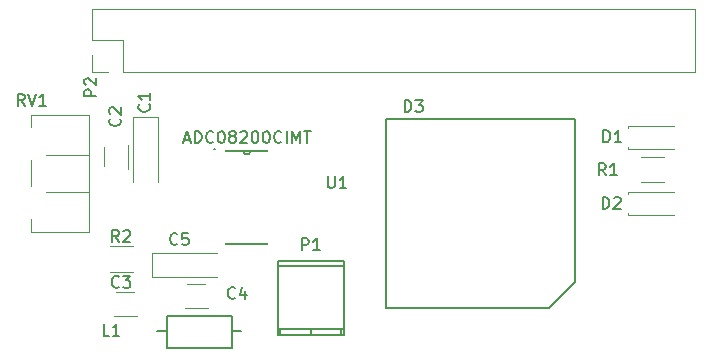
<source format=gbr>
G04 #@! TF.FileFunction,Legend,Top*
%FSLAX46Y46*%
G04 Gerber Fmt 4.6, Leading zero omitted, Abs format (unit mm)*
G04 Created by KiCad (PCBNEW 4.0.5) date 03/21/17 11:14:39*
%MOMM*%
%LPD*%
G01*
G04 APERTURE LIST*
%ADD10C,0.100000*%
%ADD11C,0.120000*%
%ADD12C,0.152400*%
%ADD13C,0.150000*%
%ADD14R,2.100000X2.100000*%
%ADD15O,2.100000X2.100000*%
%ADD16R,2.152600X0.908000*%
%ADD17R,1.900000X3.600000*%
%ADD18R,2.000000X1.400000*%
%ADD19R,1.400000X2.000000*%
%ADD20R,3.600000X1.900000*%
%ADD21R,1.300000X1.600000*%
%ADD22C,2.500000*%
%ADD23R,2.500000X2.500000*%
%ADD24C,2.398980*%
%ADD25O,2.398980X2.398980*%
%ADD26R,2.398980X2.398980*%
%ADD27R,1.300000X2.100000*%
%ADD28C,2.740000*%
%ADD29R,4.591000X1.670000*%
%ADD30R,4.083000X1.670000*%
%ADD31C,3.400000*%
G04 APERTURE END LIST*
D10*
D11*
X123888500Y-37458000D02*
X172268500Y-37458000D01*
X172268500Y-37458000D02*
X172268500Y-32138000D01*
X172268500Y-32138000D02*
X121228500Y-32138000D01*
X121228500Y-32138000D02*
X121228500Y-34798000D01*
X121228500Y-34798000D02*
X123888500Y-34798000D01*
X123888500Y-34798000D02*
X123888500Y-37458000D01*
X122618500Y-37458000D02*
X121228500Y-37458000D01*
X121228500Y-37458000D02*
X121228500Y-36068000D01*
D12*
X132500627Y-52082700D02*
X136231373Y-52082700D01*
X136231373Y-44183300D02*
X132500627Y-44183300D01*
X134061200Y-44183300D02*
G75*
G03X134670800Y-44183300I304800J0D01*
G01*
X131729600Y-44088000D02*
G75*
G03X131729600Y-44088000I-76200J0D01*
G01*
D11*
X126843500Y-41312000D02*
X126843500Y-46812000D01*
X124743500Y-41312000D02*
X124743500Y-46812000D01*
X126843500Y-41312000D02*
X124743500Y-41312000D01*
X124337000Y-45704000D02*
X124337000Y-43704000D01*
X122297000Y-43704000D02*
X122297000Y-45704000D01*
X125079000Y-56130000D02*
X123079000Y-56130000D01*
X123079000Y-58170000D02*
X125079000Y-58170000D01*
X131111500Y-55431500D02*
X129111500Y-55431500D01*
X129111500Y-57471500D02*
X131111500Y-57471500D01*
X126338500Y-52798000D02*
X131838500Y-52798000D01*
X126338500Y-54898000D02*
X131838500Y-54898000D01*
X126338500Y-52798000D02*
X126338500Y-54898000D01*
X166660000Y-42053000D02*
X166660000Y-44053000D01*
X166660000Y-44053000D02*
X170560000Y-44053000D01*
X166660000Y-42053000D02*
X170560000Y-42053000D01*
X166660000Y-47641000D02*
X166660000Y-49641000D01*
X166660000Y-49641000D02*
X170560000Y-49641000D01*
X166660000Y-47641000D02*
X170560000Y-47641000D01*
D13*
X162117000Y-41469000D02*
X162117000Y-55269000D01*
X162117000Y-55269000D02*
X159917000Y-57469000D01*
X159917000Y-57469000D02*
X146117000Y-57469000D01*
X146117000Y-41469000D02*
X162117000Y-41469000D01*
X146117000Y-57469000D02*
X146117000Y-41469000D01*
X133080760Y-59436000D02*
X133842760Y-59436000D01*
X127619760Y-59436000D02*
X126730760Y-59436000D01*
X133080760Y-58166000D02*
X133080760Y-60833000D01*
X133080760Y-60833000D02*
X127619760Y-60833000D01*
X127619760Y-60833000D02*
X127619760Y-58166000D01*
X127619760Y-58166000D02*
X133080760Y-58166000D01*
X142562580Y-59242960D02*
X136964420Y-59242960D01*
X137162540Y-59740800D02*
X137162540Y-59242960D01*
X142364460Y-59242960D02*
X142364460Y-59740800D01*
X139763500Y-59740800D02*
X139763500Y-59242960D01*
X136964420Y-53941980D02*
X142562580Y-53941980D01*
X136964420Y-59740800D02*
X142562580Y-59740800D01*
X142562580Y-59740800D02*
X142562580Y-53543200D01*
X142562580Y-53543200D02*
X136964420Y-53543200D01*
X136964420Y-53543200D02*
X136964420Y-59740800D01*
D11*
X169719500Y-46853500D02*
X167719500Y-46853500D01*
X167719500Y-44713500D02*
X169719500Y-44713500D01*
X124761500Y-54410000D02*
X122761500Y-54410000D01*
X122761500Y-52270000D02*
X124761500Y-52270000D01*
X116080500Y-41100000D02*
X121001500Y-41100000D01*
X116080500Y-51021000D02*
X121001500Y-51021000D01*
X121001500Y-41100000D02*
X121001500Y-51021000D01*
X116080500Y-49926000D02*
X116080500Y-51021000D01*
X116080500Y-41100000D02*
X116080500Y-42196000D01*
X116080500Y-44926000D02*
X116080500Y-47196000D01*
X117326500Y-44501000D02*
X121001500Y-44501000D01*
X117326500Y-47622000D02*
X121001500Y-47622000D01*
X116080500Y-44926000D02*
X116080500Y-47196000D01*
X121001500Y-44501000D02*
X121001500Y-47622000D01*
D13*
X121610381Y-39536595D02*
X120610381Y-39536595D01*
X120610381Y-39155642D01*
X120658000Y-39060404D01*
X120705619Y-39012785D01*
X120800857Y-38965166D01*
X120943714Y-38965166D01*
X121038952Y-39012785D01*
X121086571Y-39060404D01*
X121134190Y-39155642D01*
X121134190Y-39536595D01*
X120705619Y-38584214D02*
X120658000Y-38536595D01*
X120610381Y-38441357D01*
X120610381Y-38203261D01*
X120658000Y-38108023D01*
X120705619Y-38060404D01*
X120800857Y-38012785D01*
X120896095Y-38012785D01*
X121038952Y-38060404D01*
X121610381Y-38631833D01*
X121610381Y-38012785D01*
X141224095Y-46315381D02*
X141224095Y-47124905D01*
X141271714Y-47220143D01*
X141319333Y-47267762D01*
X141414571Y-47315381D01*
X141605048Y-47315381D01*
X141700286Y-47267762D01*
X141747905Y-47220143D01*
X141795524Y-47124905D01*
X141795524Y-46315381D01*
X142795524Y-47315381D02*
X142224095Y-47315381D01*
X142509809Y-47315381D02*
X142509809Y-46315381D01*
X142414571Y-46458238D01*
X142319333Y-46553476D01*
X142224095Y-46601095D01*
X129056476Y-43219667D02*
X129532667Y-43219667D01*
X128961238Y-43505381D02*
X129294571Y-42505381D01*
X129627905Y-43505381D01*
X129961238Y-43505381D02*
X129961238Y-42505381D01*
X130199333Y-42505381D01*
X130342191Y-42553000D01*
X130437429Y-42648238D01*
X130485048Y-42743476D01*
X130532667Y-42933952D01*
X130532667Y-43076810D01*
X130485048Y-43267286D01*
X130437429Y-43362524D01*
X130342191Y-43457762D01*
X130199333Y-43505381D01*
X129961238Y-43505381D01*
X131532667Y-43410143D02*
X131485048Y-43457762D01*
X131342191Y-43505381D01*
X131246953Y-43505381D01*
X131104095Y-43457762D01*
X131008857Y-43362524D01*
X130961238Y-43267286D01*
X130913619Y-43076810D01*
X130913619Y-42933952D01*
X130961238Y-42743476D01*
X131008857Y-42648238D01*
X131104095Y-42553000D01*
X131246953Y-42505381D01*
X131342191Y-42505381D01*
X131485048Y-42553000D01*
X131532667Y-42600619D01*
X132151714Y-42505381D02*
X132246953Y-42505381D01*
X132342191Y-42553000D01*
X132389810Y-42600619D01*
X132437429Y-42695857D01*
X132485048Y-42886333D01*
X132485048Y-43124429D01*
X132437429Y-43314905D01*
X132389810Y-43410143D01*
X132342191Y-43457762D01*
X132246953Y-43505381D01*
X132151714Y-43505381D01*
X132056476Y-43457762D01*
X132008857Y-43410143D01*
X131961238Y-43314905D01*
X131913619Y-43124429D01*
X131913619Y-42886333D01*
X131961238Y-42695857D01*
X132008857Y-42600619D01*
X132056476Y-42553000D01*
X132151714Y-42505381D01*
X133056476Y-42933952D02*
X132961238Y-42886333D01*
X132913619Y-42838714D01*
X132866000Y-42743476D01*
X132866000Y-42695857D01*
X132913619Y-42600619D01*
X132961238Y-42553000D01*
X133056476Y-42505381D01*
X133246953Y-42505381D01*
X133342191Y-42553000D01*
X133389810Y-42600619D01*
X133437429Y-42695857D01*
X133437429Y-42743476D01*
X133389810Y-42838714D01*
X133342191Y-42886333D01*
X133246953Y-42933952D01*
X133056476Y-42933952D01*
X132961238Y-42981571D01*
X132913619Y-43029190D01*
X132866000Y-43124429D01*
X132866000Y-43314905D01*
X132913619Y-43410143D01*
X132961238Y-43457762D01*
X133056476Y-43505381D01*
X133246953Y-43505381D01*
X133342191Y-43457762D01*
X133389810Y-43410143D01*
X133437429Y-43314905D01*
X133437429Y-43124429D01*
X133389810Y-43029190D01*
X133342191Y-42981571D01*
X133246953Y-42933952D01*
X133818381Y-42600619D02*
X133866000Y-42553000D01*
X133961238Y-42505381D01*
X134199334Y-42505381D01*
X134294572Y-42553000D01*
X134342191Y-42600619D01*
X134389810Y-42695857D01*
X134389810Y-42791095D01*
X134342191Y-42933952D01*
X133770762Y-43505381D01*
X134389810Y-43505381D01*
X135008857Y-42505381D02*
X135104096Y-42505381D01*
X135199334Y-42553000D01*
X135246953Y-42600619D01*
X135294572Y-42695857D01*
X135342191Y-42886333D01*
X135342191Y-43124429D01*
X135294572Y-43314905D01*
X135246953Y-43410143D01*
X135199334Y-43457762D01*
X135104096Y-43505381D01*
X135008857Y-43505381D01*
X134913619Y-43457762D01*
X134866000Y-43410143D01*
X134818381Y-43314905D01*
X134770762Y-43124429D01*
X134770762Y-42886333D01*
X134818381Y-42695857D01*
X134866000Y-42600619D01*
X134913619Y-42553000D01*
X135008857Y-42505381D01*
X135961238Y-42505381D02*
X136056477Y-42505381D01*
X136151715Y-42553000D01*
X136199334Y-42600619D01*
X136246953Y-42695857D01*
X136294572Y-42886333D01*
X136294572Y-43124429D01*
X136246953Y-43314905D01*
X136199334Y-43410143D01*
X136151715Y-43457762D01*
X136056477Y-43505381D01*
X135961238Y-43505381D01*
X135866000Y-43457762D01*
X135818381Y-43410143D01*
X135770762Y-43314905D01*
X135723143Y-43124429D01*
X135723143Y-42886333D01*
X135770762Y-42695857D01*
X135818381Y-42600619D01*
X135866000Y-42553000D01*
X135961238Y-42505381D01*
X137294572Y-43410143D02*
X137246953Y-43457762D01*
X137104096Y-43505381D01*
X137008858Y-43505381D01*
X136866000Y-43457762D01*
X136770762Y-43362524D01*
X136723143Y-43267286D01*
X136675524Y-43076810D01*
X136675524Y-42933952D01*
X136723143Y-42743476D01*
X136770762Y-42648238D01*
X136866000Y-42553000D01*
X137008858Y-42505381D01*
X137104096Y-42505381D01*
X137246953Y-42553000D01*
X137294572Y-42600619D01*
X137723143Y-43505381D02*
X137723143Y-42505381D01*
X138199333Y-43505381D02*
X138199333Y-42505381D01*
X138532667Y-43219667D01*
X138866000Y-42505381D01*
X138866000Y-43505381D01*
X139199333Y-42505381D02*
X139770762Y-42505381D01*
X139485047Y-43505381D02*
X139485047Y-42505381D01*
X126087143Y-40235166D02*
X126134762Y-40282785D01*
X126182381Y-40425642D01*
X126182381Y-40520880D01*
X126134762Y-40663738D01*
X126039524Y-40758976D01*
X125944286Y-40806595D01*
X125753810Y-40854214D01*
X125610952Y-40854214D01*
X125420476Y-40806595D01*
X125325238Y-40758976D01*
X125230000Y-40663738D01*
X125182381Y-40520880D01*
X125182381Y-40425642D01*
X125230000Y-40282785D01*
X125277619Y-40235166D01*
X126182381Y-39282785D02*
X126182381Y-39854214D01*
X126182381Y-39568500D02*
X125182381Y-39568500D01*
X125325238Y-39663738D01*
X125420476Y-39758976D01*
X125468095Y-39854214D01*
X123610643Y-41441666D02*
X123658262Y-41489285D01*
X123705881Y-41632142D01*
X123705881Y-41727380D01*
X123658262Y-41870238D01*
X123563024Y-41965476D01*
X123467786Y-42013095D01*
X123277310Y-42060714D01*
X123134452Y-42060714D01*
X122943976Y-42013095D01*
X122848738Y-41965476D01*
X122753500Y-41870238D01*
X122705881Y-41727380D01*
X122705881Y-41632142D01*
X122753500Y-41489285D01*
X122801119Y-41441666D01*
X122801119Y-41060714D02*
X122753500Y-41013095D01*
X122705881Y-40917857D01*
X122705881Y-40679761D01*
X122753500Y-40584523D01*
X122801119Y-40536904D01*
X122896357Y-40489285D01*
X122991595Y-40489285D01*
X123134452Y-40536904D01*
X123705881Y-41108333D01*
X123705881Y-40489285D01*
X123531334Y-55665643D02*
X123483715Y-55713262D01*
X123340858Y-55760881D01*
X123245620Y-55760881D01*
X123102762Y-55713262D01*
X123007524Y-55618024D01*
X122959905Y-55522786D01*
X122912286Y-55332310D01*
X122912286Y-55189452D01*
X122959905Y-54998976D01*
X123007524Y-54903738D01*
X123102762Y-54808500D01*
X123245620Y-54760881D01*
X123340858Y-54760881D01*
X123483715Y-54808500D01*
X123531334Y-54856119D01*
X123864667Y-54760881D02*
X124483715Y-54760881D01*
X124150381Y-55141833D01*
X124293239Y-55141833D01*
X124388477Y-55189452D01*
X124436096Y-55237071D01*
X124483715Y-55332310D01*
X124483715Y-55570405D01*
X124436096Y-55665643D01*
X124388477Y-55713262D01*
X124293239Y-55760881D01*
X124007524Y-55760881D01*
X123912286Y-55713262D01*
X123864667Y-55665643D01*
X133373834Y-56618143D02*
X133326215Y-56665762D01*
X133183358Y-56713381D01*
X133088120Y-56713381D01*
X132945262Y-56665762D01*
X132850024Y-56570524D01*
X132802405Y-56475286D01*
X132754786Y-56284810D01*
X132754786Y-56141952D01*
X132802405Y-55951476D01*
X132850024Y-55856238D01*
X132945262Y-55761000D01*
X133088120Y-55713381D01*
X133183358Y-55713381D01*
X133326215Y-55761000D01*
X133373834Y-55808619D01*
X134230977Y-56046714D02*
X134230977Y-56713381D01*
X133992881Y-55665762D02*
X133754786Y-56380048D01*
X134373834Y-56380048D01*
X128484334Y-52046143D02*
X128436715Y-52093762D01*
X128293858Y-52141381D01*
X128198620Y-52141381D01*
X128055762Y-52093762D01*
X127960524Y-51998524D01*
X127912905Y-51903286D01*
X127865286Y-51712810D01*
X127865286Y-51569952D01*
X127912905Y-51379476D01*
X127960524Y-51284238D01*
X128055762Y-51189000D01*
X128198620Y-51141381D01*
X128293858Y-51141381D01*
X128436715Y-51189000D01*
X128484334Y-51236619D01*
X129389096Y-51141381D02*
X128912905Y-51141381D01*
X128865286Y-51617571D01*
X128912905Y-51569952D01*
X129008143Y-51522333D01*
X129246239Y-51522333D01*
X129341477Y-51569952D01*
X129389096Y-51617571D01*
X129436715Y-51712810D01*
X129436715Y-51950905D01*
X129389096Y-52046143D01*
X129341477Y-52093762D01*
X129246239Y-52141381D01*
X129008143Y-52141381D01*
X128912905Y-52093762D01*
X128865286Y-52046143D01*
X164552405Y-43441881D02*
X164552405Y-42441881D01*
X164790500Y-42441881D01*
X164933358Y-42489500D01*
X165028596Y-42584738D01*
X165076215Y-42679976D01*
X165123834Y-42870452D01*
X165123834Y-43013310D01*
X165076215Y-43203786D01*
X165028596Y-43299024D01*
X164933358Y-43394262D01*
X164790500Y-43441881D01*
X164552405Y-43441881D01*
X166076215Y-43441881D02*
X165504786Y-43441881D01*
X165790500Y-43441881D02*
X165790500Y-42441881D01*
X165695262Y-42584738D01*
X165600024Y-42679976D01*
X165504786Y-42727595D01*
X164488905Y-49093381D02*
X164488905Y-48093381D01*
X164727000Y-48093381D01*
X164869858Y-48141000D01*
X164965096Y-48236238D01*
X165012715Y-48331476D01*
X165060334Y-48521952D01*
X165060334Y-48664810D01*
X165012715Y-48855286D01*
X164965096Y-48950524D01*
X164869858Y-49045762D01*
X164727000Y-49093381D01*
X164488905Y-49093381D01*
X165441286Y-48188619D02*
X165488905Y-48141000D01*
X165584143Y-48093381D01*
X165822239Y-48093381D01*
X165917477Y-48141000D01*
X165965096Y-48188619D01*
X166012715Y-48283857D01*
X166012715Y-48379095D01*
X165965096Y-48521952D01*
X165393667Y-49093381D01*
X166012715Y-49093381D01*
X147728905Y-40871381D02*
X147728905Y-39871381D01*
X147967000Y-39871381D01*
X148109858Y-39919000D01*
X148205096Y-40014238D01*
X148252715Y-40109476D01*
X148300334Y-40299952D01*
X148300334Y-40442810D01*
X148252715Y-40633286D01*
X148205096Y-40728524D01*
X148109858Y-40823762D01*
X147967000Y-40871381D01*
X147728905Y-40871381D01*
X148633667Y-39871381D02*
X149252715Y-39871381D01*
X148919381Y-40252333D01*
X149062239Y-40252333D01*
X149157477Y-40299952D01*
X149205096Y-40347571D01*
X149252715Y-40442810D01*
X149252715Y-40680905D01*
X149205096Y-40776143D01*
X149157477Y-40823762D01*
X149062239Y-40871381D01*
X148776524Y-40871381D01*
X148681286Y-40823762D01*
X148633667Y-40776143D01*
X122705834Y-59824881D02*
X122229643Y-59824881D01*
X122229643Y-58824881D01*
X123562977Y-59824881D02*
X122991548Y-59824881D01*
X123277262Y-59824881D02*
X123277262Y-58824881D01*
X123182024Y-58967738D01*
X123086786Y-59062976D01*
X122991548Y-59110595D01*
X139025405Y-52593501D02*
X139025405Y-51593501D01*
X139406358Y-51593501D01*
X139501596Y-51641120D01*
X139549215Y-51688739D01*
X139596834Y-51783977D01*
X139596834Y-51926834D01*
X139549215Y-52022072D01*
X139501596Y-52069691D01*
X139406358Y-52117310D01*
X139025405Y-52117310D01*
X140549215Y-52593501D02*
X139977786Y-52593501D01*
X140263500Y-52593501D02*
X140263500Y-51593501D01*
X140168262Y-51736358D01*
X140073024Y-51831596D01*
X139977786Y-51879215D01*
X164742834Y-46235881D02*
X164409500Y-45759690D01*
X164171405Y-46235881D02*
X164171405Y-45235881D01*
X164552358Y-45235881D01*
X164647596Y-45283500D01*
X164695215Y-45331119D01*
X164742834Y-45426357D01*
X164742834Y-45569214D01*
X164695215Y-45664452D01*
X164647596Y-45712071D01*
X164552358Y-45759690D01*
X164171405Y-45759690D01*
X165695215Y-46235881D02*
X165123786Y-46235881D01*
X165409500Y-46235881D02*
X165409500Y-45235881D01*
X165314262Y-45378738D01*
X165219024Y-45473976D01*
X165123786Y-45521595D01*
X123531334Y-51887381D02*
X123198000Y-51411190D01*
X122959905Y-51887381D02*
X122959905Y-50887381D01*
X123340858Y-50887381D01*
X123436096Y-50935000D01*
X123483715Y-50982619D01*
X123531334Y-51077857D01*
X123531334Y-51220714D01*
X123483715Y-51315952D01*
X123436096Y-51363571D01*
X123340858Y-51411190D01*
X122959905Y-51411190D01*
X123912286Y-50982619D02*
X123959905Y-50935000D01*
X124055143Y-50887381D01*
X124293239Y-50887381D01*
X124388477Y-50935000D01*
X124436096Y-50982619D01*
X124483715Y-51077857D01*
X124483715Y-51173095D01*
X124436096Y-51315952D01*
X123864667Y-51887381D01*
X124483715Y-51887381D01*
X115546262Y-40363381D02*
X115212928Y-39887190D01*
X114974833Y-40363381D02*
X114974833Y-39363381D01*
X115355786Y-39363381D01*
X115451024Y-39411000D01*
X115498643Y-39458619D01*
X115546262Y-39553857D01*
X115546262Y-39696714D01*
X115498643Y-39791952D01*
X115451024Y-39839571D01*
X115355786Y-39887190D01*
X114974833Y-39887190D01*
X115831976Y-39363381D02*
X116165309Y-40363381D01*
X116498643Y-39363381D01*
X117355786Y-40363381D02*
X116784357Y-40363381D01*
X117070071Y-40363381D02*
X117070071Y-39363381D01*
X116974833Y-39506238D01*
X116879595Y-39601476D01*
X116784357Y-39649095D01*
%LPC*%
D14*
X122618500Y-36068000D03*
D15*
X122618500Y-33528000D03*
X125158500Y-36068000D03*
X125158500Y-33528000D03*
X127698500Y-36068000D03*
X127698500Y-33528000D03*
X130238500Y-36068000D03*
X130238500Y-33528000D03*
X132778500Y-36068000D03*
X132778500Y-33528000D03*
X135318500Y-36068000D03*
X135318500Y-33528000D03*
X137858500Y-36068000D03*
X137858500Y-33528000D03*
X140398500Y-36068000D03*
X140398500Y-33528000D03*
X142938500Y-36068000D03*
X142938500Y-33528000D03*
X145478500Y-36068000D03*
X145478500Y-33528000D03*
X148018500Y-36068000D03*
X148018500Y-33528000D03*
X150558500Y-36068000D03*
X150558500Y-33528000D03*
X153098500Y-36068000D03*
X153098500Y-33528000D03*
X155638500Y-36068000D03*
X155638500Y-33528000D03*
X158178500Y-36068000D03*
X158178500Y-33528000D03*
X160718500Y-36068000D03*
X160718500Y-33528000D03*
X163258500Y-36068000D03*
X163258500Y-33528000D03*
X165798500Y-36068000D03*
X165798500Y-33528000D03*
X168338500Y-36068000D03*
X168338500Y-33528000D03*
X170878500Y-36068000D03*
X170878500Y-33528000D03*
D16*
X131521200Y-44558001D03*
X131521200Y-45208000D03*
X131521200Y-45857998D03*
X131521200Y-46507999D03*
X131521200Y-47157998D03*
X131521200Y-47807999D03*
X131521200Y-48457998D03*
X131521200Y-49107999D03*
X131521200Y-49757998D03*
X131521200Y-50407999D03*
X131521200Y-51057998D03*
X131521200Y-51707999D03*
X137210800Y-51707999D03*
X137210800Y-51058000D03*
X137210800Y-50407999D03*
X137210800Y-49758001D03*
X137210800Y-49107999D03*
X137210800Y-48458001D03*
X137210800Y-47808002D03*
X137210800Y-47158001D03*
X137210800Y-46508002D03*
X137210800Y-45858001D03*
X137210800Y-45208002D03*
X137210800Y-44558001D03*
D17*
X125793500Y-43212000D03*
X125793500Y-47212000D03*
D18*
X123317000Y-43204000D03*
X123317000Y-46204000D03*
D19*
X122579000Y-57150000D03*
X125579000Y-57150000D03*
X128611500Y-56451500D03*
X131611500Y-56451500D03*
D20*
X128238500Y-53848000D03*
X132238500Y-53848000D03*
D21*
X167260000Y-43053000D03*
X170560000Y-43053000D03*
X167260000Y-48641000D03*
X170560000Y-48641000D03*
D22*
X148717000Y-44069000D03*
X148717000Y-54869000D03*
D23*
X159517000Y-54869000D03*
D22*
X159517000Y-44069000D03*
D24*
X135366760Y-59436000D03*
X125206760Y-59436000D03*
D25*
X141033500Y-56642000D03*
D26*
X138493500Y-56642000D03*
D27*
X167269500Y-45783500D03*
X170169500Y-45783500D03*
X122311500Y-53340000D03*
X125211500Y-53340000D03*
D28*
X116141500Y-48561000D03*
X118641500Y-46061000D03*
X116141500Y-43561000D03*
D29*
X176720500Y-47231300D03*
X176720500Y-42938700D03*
D30*
X176974500Y-45085000D03*
D29*
X176720500Y-47231300D03*
X176720500Y-42938700D03*
D31*
X117729000Y-34798000D03*
X175768000Y-34798000D03*
X117729000Y-57848500D03*
X175768000Y-57848500D03*
M02*

</source>
